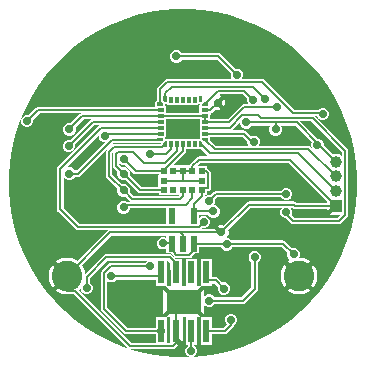
<source format=gbl>
G04*
G04 #@! TF.GenerationSoftware,Altium Limited,Altium Designer,21.4.1 (30)*
G04*
G04 Layer_Physical_Order=2*
G04 Layer_Color=16711680*
%FSLAX44Y44*%
%MOMM*%
G71*
G04*
G04 #@! TF.SameCoordinates,B5D191E2-0800-4242-8A0F-E0629761C544*
G04*
G04*
G04 #@! TF.FilePolarity,Positive*
G04*
G01*
G75*
%ADD10C,0.2000*%
%ADD48C,2.6000*%
%ADD49C,0.7000*%
%ADD50R,0.5000X0.5000*%
%ADD51R,0.1000X0.1000*%
%ADD52R,0.5500X0.3000*%
%ADD53R,0.1000X0.1000*%
%ADD54R,0.3000X0.5500*%
%ADD55R,0.5588X1.3208*%
%ADD56R,1.0000X1.0000*%
%ADD57C,1.0000*%
%ADD58R,3.0000X2.1300*%
%ADD59R,0.6000X1.9700*%
G36*
X169040Y222470D02*
X167540Y220970D01*
X166040D01*
Y225970D01*
X169040D01*
Y222470D01*
D02*
G37*
G36*
X139040Y220970D02*
X137540D01*
X136040Y222470D01*
Y225970D01*
X139040D01*
Y220970D01*
D02*
G37*
G36*
X174040Y217970D02*
X169040D01*
Y219470D01*
X170540Y220970D01*
X174040D01*
Y217970D01*
D02*
G37*
G36*
X136040Y219470D02*
Y217970D01*
X131040D01*
Y220970D01*
X134540D01*
X136040Y219470D01*
D02*
G37*
G36*
X207065Y224294D02*
X207040Y224234D01*
Y222166D01*
X207831Y220254D01*
X208333Y219753D01*
X204401D01*
X203348Y219543D01*
X202455Y218947D01*
X202455Y218946D01*
X190731Y207223D01*
X175740D01*
Y207670D01*
Y210430D01*
X176580D01*
Y211860D01*
X176915Y211927D01*
X177809Y212523D01*
X180248Y214963D01*
X180917Y214686D01*
X183319D01*
X184741Y215275D01*
X180704Y219312D01*
X182118Y220726D01*
X180704Y222140D01*
X184741Y226177D01*
X183319Y226766D01*
X182729D01*
X183836Y227873D01*
X203485D01*
X207065Y224294D01*
D02*
G37*
G36*
X139340Y218770D02*
X165740D01*
Y219296D01*
X166040Y219237D01*
X167307D01*
Y218510D01*
X166000D01*
Y212223D01*
X138240D01*
Y217670D01*
X137714D01*
X137773Y217970D01*
Y219237D01*
X139040D01*
X139340Y219296D01*
Y218770D01*
D02*
G37*
G36*
X169884Y299082D02*
X181328Y297269D01*
X192595Y294565D01*
X203615Y290984D01*
X214320Y286550D01*
X224643Y281290D01*
X234523Y275236D01*
X243897Y268425D01*
X252707Y260900D01*
X260900Y252707D01*
X268425Y243897D01*
X275236Y234523D01*
X281290Y224643D01*
X286550Y214319D01*
X290984Y203615D01*
X294565Y192595D01*
X297269Y181329D01*
X299082Y169884D01*
X299991Y158333D01*
Y152540D01*
Y146747D01*
X299082Y135196D01*
X297269Y123751D01*
X294565Y112485D01*
X290984Y101465D01*
X286550Y90760D01*
X281290Y80437D01*
X275236Y70557D01*
X268425Y61184D01*
X260900Y52373D01*
X252707Y44180D01*
X243897Y36655D01*
X234523Y29844D01*
X224643Y23790D01*
X214319Y18530D01*
X203615Y14096D01*
X192595Y10515D01*
X181329Y7811D01*
X169884Y5998D01*
X160643Y5271D01*
X162418Y6006D01*
X163881Y7468D01*
X164672Y9380D01*
Y11448D01*
X163881Y13360D01*
X162418Y14822D01*
X162225Y14902D01*
Y15890D01*
X164172D01*
Y38990D01*
X154772D01*
Y15890D01*
X156720D01*
Y14902D01*
X156527Y14822D01*
X155064Y13360D01*
X154272Y11448D01*
Y9380D01*
X155064Y7468D01*
X156527Y6006D01*
X158438Y5214D01*
X159924D01*
X158333Y5089D01*
X152540Y5089D01*
X146747D01*
X135196Y5998D01*
X123751Y7810D01*
X112485Y10515D01*
X107980Y11979D01*
X144272D01*
X145325Y12189D01*
X146219Y12785D01*
X148483Y15050D01*
X149484D01*
X145358Y19176D01*
X148187Y22004D01*
X152312Y17879D01*
Y39000D01*
X167834D01*
X156058Y50776D01*
X157472Y52190D01*
X156058Y53604D01*
X167834Y65380D01*
X138411D01*
X150187Y53604D01*
X148772Y52190D01*
X150187Y50776D01*
X138411Y39000D01*
X141232D01*
Y17485D01*
X138772D01*
Y25199D01*
X139272Y26406D01*
Y28475D01*
X138772Y29682D01*
Y38990D01*
X129372D01*
Y30193D01*
X105526D01*
X88383Y47336D01*
Y69753D01*
X88885Y69252D01*
X90796Y68460D01*
X92865D01*
X94776Y69252D01*
X96238Y70714D01*
X96318Y70907D01*
X129372D01*
Y65390D01*
X138772D01*
Y86909D01*
X140198D01*
X142020Y85087D01*
Y78940D01*
X142072Y78674D01*
Y65390D01*
X151472D01*
Y88490D01*
X146403D01*
X143285Y91609D01*
X142392Y92205D01*
X141338Y92415D01*
X87630D01*
X87630Y92415D01*
X86576Y92205D01*
X85683Y91609D01*
X69968Y75893D01*
X69443Y78533D01*
X68272Y81361D01*
X67263Y82870D01*
X92385Y107991D01*
X138648D01*
Y106086D01*
X136924Y106800D01*
X134856D01*
X132944Y106008D01*
X131482Y104546D01*
X130690Y102634D01*
Y100566D01*
X131482Y98654D01*
X132944Y97192D01*
X134856Y96400D01*
X136924D01*
X138648Y97114D01*
Y93042D01*
X142386D01*
X142392Y93011D01*
X142989Y92118D01*
X145105Y90001D01*
X145105Y90001D01*
X145998Y89405D01*
X147052Y89195D01*
X157948D01*
X159002Y89405D01*
X159895Y90001D01*
X162090Y92197D01*
X162090Y92197D01*
X162655Y93042D01*
X166432D01*
Y98593D01*
X184934D01*
X185330Y97638D01*
X186792Y96176D01*
X188704Y95384D01*
X190772D01*
X192684Y96176D01*
X194146Y97638D01*
X194542Y98593D01*
X236016D01*
X241180Y93429D01*
X241100Y93236D01*
Y91168D01*
X241892Y89256D01*
X243355Y87794D01*
X243428Y87764D01*
X241292Y86336D01*
X250800Y76828D01*
X260308Y86336D01*
X258161Y87771D01*
X255333Y88943D01*
X252331Y89540D01*
X250826D01*
X251500Y91168D01*
Y93236D01*
X250709Y95148D01*
X249246Y96610D01*
X247335Y97402D01*
X245266D01*
X245073Y97322D01*
X239103Y103293D01*
X238210Y103889D01*
X237156Y104099D01*
X193577D01*
X192684Y104992D01*
X190772Y105784D01*
X188748D01*
X190287Y107323D01*
X191206Y109543D01*
Y111945D01*
X190929Y112614D01*
X209963Y131648D01*
X236308D01*
X235622Y130962D01*
X234830Y129050D01*
Y126982D01*
X235622Y125070D01*
X237084Y123608D01*
X238996Y122816D01*
X239305D01*
X243671Y118449D01*
X244564Y117853D01*
X245618Y117643D01*
X245618Y117643D01*
X284480D01*
X285534Y117853D01*
X286427Y118449D01*
X291761Y123783D01*
X292357Y124677D01*
X292567Y125730D01*
X292567Y125730D01*
Y180164D01*
X292567Y180164D01*
X292357Y181217D01*
X291761Y182110D01*
X291761Y182110D01*
X264667Y209204D01*
X266116D01*
X266592Y208054D01*
X268054Y206592D01*
X269966Y205800D01*
X272034D01*
X273946Y206592D01*
X275408Y208054D01*
X276200Y209966D01*
Y212034D01*
X275408Y213946D01*
X273946Y215408D01*
X272034Y216200D01*
X269966D01*
X268054Y215408D01*
X267356Y214710D01*
X246952D01*
X221688Y239974D01*
X220795Y240570D01*
X219741Y240780D01*
X201906D01*
X202528Y241402D01*
X203320Y243314D01*
Y245382D01*
X202528Y247294D01*
X201066Y248756D01*
X199154Y249548D01*
X197086D01*
X196893Y249468D01*
X184573Y261789D01*
X183680Y262385D01*
X182626Y262595D01*
X151488D01*
X151408Y262788D01*
X149945Y264250D01*
X148034Y265042D01*
X145966D01*
X144054Y264250D01*
X142592Y262788D01*
X141800Y260876D01*
Y258808D01*
X142592Y256896D01*
X144054Y255434D01*
X145966Y254642D01*
X148034D01*
X149945Y255434D01*
X151408Y256896D01*
X151488Y257089D01*
X181486D01*
X193000Y245575D01*
X192920Y245382D01*
Y243314D01*
X193712Y241402D01*
X194334Y240780D01*
X139196D01*
X138143Y240570D01*
X137249Y239974D01*
X131593Y234317D01*
X130997Y233424D01*
X130787Y232371D01*
Y222653D01*
X130377Y222571D01*
X129814Y222196D01*
X129439Y221633D01*
X129307Y220970D01*
Y217970D01*
X129366Y217670D01*
X129340D01*
Y217223D01*
X30066D01*
X30066Y217223D01*
X29012Y217013D01*
X28119Y216417D01*
X28119Y216416D01*
X21801Y210098D01*
X21608Y210178D01*
X19540D01*
X17628Y209386D01*
X16166Y207924D01*
X15374Y206012D01*
Y203944D01*
X16166Y202032D01*
X17628Y200570D01*
X19540Y199778D01*
X21608D01*
X23520Y200570D01*
X24982Y202032D01*
X25774Y203944D01*
Y206012D01*
X25694Y206205D01*
X31206Y211717D01*
X65987D01*
X65538Y211417D01*
X57321Y203200D01*
X55465D01*
X53554Y202409D01*
X52091Y200946D01*
X51300Y199035D01*
Y196966D01*
X52091Y195055D01*
X53554Y193592D01*
X55465Y192800D01*
X57534D01*
X59445Y193592D01*
X60908Y195055D01*
X61700Y196966D01*
Y199035D01*
X61478Y199571D01*
X68625Y206717D01*
X75077D01*
X74627Y206417D01*
X57227Y189016D01*
X57034Y189096D01*
X54966D01*
X53054Y188305D01*
X51592Y186842D01*
X50800Y184930D01*
Y182862D01*
X51592Y180951D01*
X53054Y179488D01*
X54966Y178696D01*
X57034D01*
X58946Y179488D01*
X60408Y180951D01*
X61200Y182862D01*
Y184930D01*
X61120Y185123D01*
X77714Y201717D01*
X81895D01*
X81446Y201417D01*
X81446Y201417D01*
X46821Y166793D01*
X46225Y165900D01*
X46015Y164846D01*
Y130302D01*
X46225Y129249D01*
X46821Y128355D01*
X61713Y113463D01*
X61713Y113463D01*
X62607Y112867D01*
X63660Y112657D01*
X89264D01*
X63370Y86763D01*
X61861Y87771D01*
X59033Y88943D01*
X56031Y89540D01*
X52970D01*
X49967Y88943D01*
X47139Y87771D01*
X44992Y86336D01*
X55915Y75414D01*
X54500Y74000D01*
X55915Y72586D01*
X44992Y61663D01*
X47139Y60229D01*
X49967Y59057D01*
X52970Y58460D01*
X56031D01*
X57314Y58715D01*
X59820D01*
X105749Y12785D01*
X105987Y12627D01*
X101465Y14096D01*
X90760Y18530D01*
X80437Y23790D01*
X70557Y29844D01*
X61184Y36655D01*
X52373Y44180D01*
X44180Y52373D01*
X36655Y61184D01*
X29844Y70557D01*
X23790Y80437D01*
X18530Y90760D01*
X14096Y101465D01*
X10515Y112485D01*
X7811Y123751D01*
X5998Y135196D01*
X5089Y146747D01*
X5089Y152540D01*
Y158333D01*
X5998Y169884D01*
X7810Y181328D01*
X10515Y192595D01*
X14096Y203615D01*
X18530Y214320D01*
X23790Y224643D01*
X29844Y234523D01*
X36655Y243897D01*
X44180Y252707D01*
X52373Y260900D01*
X61184Y268425D01*
X70557Y275236D01*
X80437Y281290D01*
X90760Y286550D01*
X101465Y290984D01*
X112485Y294565D01*
X123751Y297269D01*
X135196Y299082D01*
X146747Y299991D01*
X158333D01*
X169884Y299082D01*
D02*
G37*
G36*
X166840Y206270D02*
Y201270D01*
Y196270D01*
Y191270D01*
X167366D01*
X167307Y190970D01*
Y189703D01*
X166040D01*
X165740Y189644D01*
Y190170D01*
X139340D01*
Y189644D01*
X139040Y189703D01*
X137773D01*
Y190970D01*
X137714Y191270D01*
X138240D01*
Y196270D01*
Y201270D01*
Y206270D01*
Y206717D01*
X166840D01*
Y206270D01*
D02*
G37*
G36*
X174040Y187970D02*
X170540D01*
X169040Y189470D01*
Y190970D01*
X174040D01*
Y187970D01*
D02*
G37*
G36*
X136040Y189470D02*
X134540Y187970D01*
X131040D01*
Y190970D01*
X136040D01*
Y189470D01*
D02*
G37*
G36*
X207213Y187609D02*
Y186608D01*
X208005Y184696D01*
X208507Y184195D01*
X180708D01*
X175773Y189130D01*
Y190970D01*
X175714Y191270D01*
X175740D01*
Y191717D01*
X203106D01*
X207213Y187609D01*
D02*
G37*
G36*
X169040Y186470D02*
Y182970D01*
X166040D01*
Y187970D01*
X167540D01*
X169040Y186470D01*
D02*
G37*
G36*
X139040Y182970D02*
X136040D01*
Y186470D01*
X137540Y187970D01*
X139040D01*
Y182970D01*
D02*
G37*
G36*
X201014Y202861D02*
X201805Y200950D01*
X203268Y199487D01*
X205179Y198696D01*
X207248D01*
X209159Y199487D01*
X210622Y200950D01*
X210702Y201143D01*
X226789D01*
X226592Y200946D01*
X225800Y199034D01*
Y196966D01*
X226592Y195054D01*
X228054Y193592D01*
X229966Y192800D01*
X232034D01*
X233946Y193592D01*
X235408Y195054D01*
X236200Y196966D01*
Y199034D01*
X235408Y200946D01*
X235211Y201143D01*
X247754D01*
X261745Y187152D01*
X261246Y185946D01*
Y183878D01*
X261911Y182273D01*
X260795Y183389D01*
X259902Y183985D01*
X258848Y184195D01*
X216320D01*
X216822Y184696D01*
X217614Y186608D01*
Y188676D01*
X216822Y190588D01*
X215359Y192050D01*
X213448Y192842D01*
X211379D01*
X210239Y192370D01*
X206193Y196417D01*
X205299Y197013D01*
X204246Y197223D01*
X193601D01*
X194051Y197524D01*
X201014Y204486D01*
Y202861D01*
D02*
G37*
G36*
X287061Y179023D02*
Y175204D01*
X286054Y176211D01*
X284526Y177093D01*
X282822Y177550D01*
X281058D01*
X279540Y177143D01*
X271646Y185037D01*
Y185946D01*
X270854Y187858D01*
X269392Y189320D01*
X267480Y190112D01*
X266571D01*
X251840Y204843D01*
X261242D01*
X287061Y179023D01*
D02*
G37*
G36*
X166040Y181237D02*
X167880D01*
X173321Y175795D01*
X173321Y175795D01*
X174184Y175219D01*
X166382D01*
X165329Y175009D01*
X164436Y174413D01*
X158594Y168571D01*
X157997Y167677D01*
X157995Y167668D01*
X144489D01*
X154487Y177665D01*
X155084Y178558D01*
X155293Y179611D01*
X155293Y179612D01*
Y181270D01*
X165740D01*
Y181296D01*
X166040Y181237D01*
D02*
G37*
G36*
X81160Y191752D02*
X81952Y189840D01*
X83414Y188378D01*
X85326Y187586D01*
X86693D01*
X62526Y163420D01*
X60988D01*
X60909Y163612D01*
X59446Y165075D01*
X57535Y165867D01*
X55466D01*
X53555Y165075D01*
X52092Y163612D01*
X51521Y162234D01*
Y163706D01*
X81160Y193345D01*
Y191752D01*
D02*
G37*
G36*
X130377Y186369D02*
X131040Y186237D01*
X134307D01*
Y186130D01*
X133930Y185753D01*
X94000D01*
X92946Y185543D01*
X92053Y184947D01*
X88053Y180947D01*
X87457Y180053D01*
X87247Y179000D01*
Y158664D01*
X87457Y157610D01*
X88053Y156717D01*
X97210Y147560D01*
X97130Y147367D01*
Y145299D01*
X97922Y143387D01*
X99385Y141925D01*
X101296Y141133D01*
X103365D01*
X103558Y141213D01*
X107717Y137053D01*
X107717Y137053D01*
X108140Y136771D01*
X105702D01*
X105178Y136667D01*
X104823Y136596D01*
X103365Y137200D01*
X101296D01*
X99385Y136409D01*
X97922Y134946D01*
X97130Y133035D01*
Y130966D01*
X97922Y129055D01*
X99385Y127592D01*
X101296Y126800D01*
X103365D01*
X105276Y127592D01*
X106739Y129055D01*
X107530Y130966D01*
Y131265D01*
X138648D01*
Y118163D01*
X64800D01*
X51521Y131442D01*
Y159100D01*
X52092Y157721D01*
X53555Y156258D01*
X55466Y155467D01*
X57535D01*
X59446Y156258D01*
X60909Y157721D01*
X60988Y157914D01*
X63667D01*
X64720Y158123D01*
X65613Y158720D01*
X93610Y186717D01*
X129855D01*
X130377Y186369D01*
D02*
G37*
G36*
X99385Y168692D02*
X101296Y167900D01*
X103365D01*
X103558Y167980D01*
X110856Y160681D01*
X110856Y160681D01*
X111749Y160084D01*
X112803Y159875D01*
X132340D01*
Y159668D01*
X131500D01*
Y149588D01*
X132340D01*
Y149381D01*
X117510D01*
X107451Y159440D01*
X107530Y159632D01*
Y161701D01*
X106739Y163612D01*
X105276Y165075D01*
X103365Y165867D01*
X101296D01*
X101103Y165787D01*
X98883Y168007D01*
Y169193D01*
X99385Y168692D01*
D02*
G37*
G36*
X93587Y178622D02*
X93378Y177568D01*
Y166867D01*
X93587Y165813D01*
X94184Y164920D01*
X97210Y161894D01*
X97130Y161701D01*
Y159632D01*
X97922Y157721D01*
X99385Y156258D01*
X101296Y155467D01*
X103365D01*
X103558Y155547D01*
X114423Y144681D01*
X115316Y144084D01*
X116370Y143875D01*
X132340D01*
Y142428D01*
X149535D01*
X148860Y141753D01*
X110804D01*
X107451Y145106D01*
X107530Y145299D01*
Y147367D01*
X106739Y149278D01*
X105276Y150741D01*
X103365Y151533D01*
X101296D01*
X101103Y151453D01*
X92753Y159804D01*
Y177860D01*
X93733Y178840D01*
X93587Y178622D01*
D02*
G37*
G36*
X274400Y136997D02*
Y136103D01*
X248492D01*
X248247Y136348D01*
X247354Y136944D01*
X246300Y137154D01*
X208823D01*
X207770Y136944D01*
X206876Y136348D01*
X206876Y136348D01*
X187036Y116507D01*
X186367Y116784D01*
X183965D01*
X182543Y116195D01*
X186580Y112158D01*
X183752Y109330D01*
X179585Y113497D01*
X167936D01*
X168953Y114514D01*
X169146Y114434D01*
X171214D01*
X173126Y115226D01*
X174588Y116688D01*
X175380Y118600D01*
Y120668D01*
X174588Y122580D01*
X173126Y124042D01*
X171214Y124834D01*
X169146D01*
X167234Y124042D01*
X166432Y123240D01*
Y125771D01*
X173966D01*
X174045Y125578D01*
X175508Y124116D01*
X177419Y123324D01*
X179488D01*
X181399Y124116D01*
X182862Y125578D01*
X183654Y127490D01*
Y129558D01*
X182862Y131470D01*
X181399Y132932D01*
X179488Y133724D01*
X178416D01*
X178906Y134214D01*
X179698Y136126D01*
Y138194D01*
X179618Y138387D01*
X181734Y140503D01*
X235542D01*
X235622Y140310D01*
X237084Y138848D01*
X238996Y138056D01*
X241064D01*
X242976Y138848D01*
X244438Y140310D01*
X245230Y142222D01*
Y144290D01*
X244438Y146202D01*
X242976Y147664D01*
X241064Y148456D01*
X238996D01*
X237084Y147664D01*
X235622Y146202D01*
X235542Y146009D01*
X180594D01*
X179541Y145799D01*
X178647Y145203D01*
X178647Y145203D01*
X175725Y142280D01*
X175532Y142360D01*
X173464D01*
X171552Y141568D01*
X171178Y141194D01*
X171293Y141774D01*
X171293Y141774D01*
Y142428D01*
X172740D01*
Y145988D01*
X173740D01*
X174794Y146197D01*
X175687Y146794D01*
X176283Y147687D01*
X176493Y148740D01*
Y161088D01*
X176283Y162142D01*
X175687Y163035D01*
X175687Y163035D01*
X174147Y164574D01*
X173254Y165171D01*
X172740Y165273D01*
Y166828D01*
X165580D01*
Y167668D01*
X165477D01*
X167523Y169713D01*
X241684D01*
X274400Y136997D01*
D02*
G37*
G36*
X283354Y131936D02*
X277229Y125810D01*
X286001D01*
X283340Y123149D01*
X246758D01*
X244555Y125352D01*
X245230Y126982D01*
Y129050D01*
X244438Y130962D01*
X243752Y131648D01*
X245160D01*
X245405Y131403D01*
X246298Y130807D01*
X247351Y130597D01*
X274400D01*
Y128638D01*
X280526Y134764D01*
X283354Y131936D01*
D02*
G37*
G36*
X122054Y86408D02*
X120592Y84946D01*
X120512Y84753D01*
X91402D01*
X90349Y84543D01*
X89455Y83947D01*
X89455Y83947D01*
X83684Y78175D01*
X83087Y77282D01*
X82877Y76228D01*
Y46196D01*
X83087Y45142D01*
X83684Y44249D01*
X102439Y25494D01*
X102439Y25494D01*
X103332Y24897D01*
X104386Y24687D01*
X104386Y24687D01*
X129372D01*
Y17485D01*
X108836D01*
X64398Y61923D01*
X64406Y61929D01*
X65920Y63443D01*
Y62720D01*
X66712Y60808D01*
X68174Y59346D01*
X70086Y58554D01*
X72154D01*
X74066Y59346D01*
X75528Y60808D01*
X76320Y62720D01*
Y64788D01*
X75528Y66700D01*
X74066Y68162D01*
X73873Y68242D01*
Y72012D01*
X88770Y86909D01*
X123263D01*
X122054Y86408D01*
D02*
G37*
%LPC*%
G36*
X187569Y223349D02*
X184946Y220726D01*
X187569Y218103D01*
X188158Y219525D01*
Y221927D01*
X187569Y223349D01*
D02*
G37*
G36*
X164172Y88490D02*
X154772D01*
Y65390D01*
X164172D01*
Y88490D01*
D02*
G37*
G36*
X263137Y83508D02*
X253629Y74000D01*
X263137Y64492D01*
X264571Y66639D01*
X265743Y69467D01*
X266340Y72469D01*
Y75530D01*
X265743Y78533D01*
X264571Y81361D01*
X263137Y83508D01*
D02*
G37*
G36*
X42164D02*
X40729Y81361D01*
X39557Y78533D01*
X38960Y75530D01*
Y72469D01*
X39557Y69467D01*
X40729Y66639D01*
X42164Y64492D01*
X51672Y74000D01*
X42164Y83508D01*
D02*
G37*
G36*
X238463D02*
X237029Y81361D01*
X235857Y78533D01*
X235260Y75530D01*
Y72469D01*
X235857Y69467D01*
X237029Y66639D01*
X238463Y64492D01*
X247972Y74000D01*
X238463Y83508D01*
D02*
G37*
G36*
X250800Y71171D02*
X241292Y61663D01*
X243439Y60229D01*
X246267Y59057D01*
X249270Y58460D01*
X252331D01*
X255333Y59057D01*
X258161Y60229D01*
X260308Y61663D01*
X250800Y71171D01*
D02*
G37*
G36*
X176872Y88490D02*
X167472D01*
Y65390D01*
X176872D01*
Y67351D01*
X179200D01*
X182078Y64473D01*
X181998Y64280D01*
Y62212D01*
X182790Y60300D01*
X184252Y58838D01*
X186164Y58046D01*
X188232D01*
X190144Y58838D01*
X191606Y60300D01*
X192398Y62212D01*
Y64280D01*
X191606Y66192D01*
X190144Y67654D01*
X188232Y68446D01*
X186164D01*
X185971Y68366D01*
X182287Y72051D01*
X181394Y72647D01*
X180340Y72857D01*
X176872D01*
Y88490D01*
D02*
G37*
G36*
X214394Y95116D02*
X212326D01*
X210414Y94324D01*
X208952Y92862D01*
X208160Y90950D01*
Y88882D01*
X208952Y86970D01*
X210414Y85508D01*
X210607Y85428D01*
Y64386D01*
X202060Y55839D01*
X179240D01*
X179160Y56032D01*
X177698Y57494D01*
X175786Y58286D01*
X173718D01*
X171806Y57494D01*
X170662Y56350D01*
Y62551D01*
X160301Y52190D01*
X170662Y41828D01*
Y49822D01*
X171806Y48678D01*
X173718Y47886D01*
X175786D01*
X177698Y48678D01*
X179160Y50140D01*
X179240Y50333D01*
X203200D01*
X204254Y50543D01*
X205147Y51139D01*
X215306Y61299D01*
X215307Y61299D01*
X215903Y62193D01*
X216113Y63246D01*
Y85428D01*
X216306Y85508D01*
X217768Y86970D01*
X218560Y88882D01*
Y90950D01*
X217768Y92862D01*
X216306Y94324D01*
X214394Y95116D01*
D02*
G37*
G36*
X135582Y62551D02*
Y41828D01*
X145944Y52190D01*
X135582Y62551D01*
D02*
G37*
G36*
X194328Y42030D02*
X192260D01*
X190348Y41238D01*
X188886Y39776D01*
X188094Y37864D01*
Y35796D01*
X188886Y33884D01*
X189829Y32941D01*
X187074Y30185D01*
X176872D01*
Y38990D01*
X167472D01*
Y15890D01*
X176872D01*
Y24679D01*
X188214D01*
X189268Y24889D01*
X190161Y25485D01*
X195240Y30565D01*
X195241Y30565D01*
X195837Y31458D01*
X196010Y32327D01*
X196240Y32422D01*
X197702Y33884D01*
X198494Y35796D01*
Y37864D01*
X197702Y39776D01*
X196240Y41238D01*
X194328Y42030D01*
D02*
G37*
%LPD*%
D10*
X112803Y162628D02*
X136540D01*
X102331Y173100D02*
X112803Y162628D01*
X124936Y176800D02*
X125136Y177000D01*
X102331Y160667D02*
X116370Y146628D01*
X94000Y183000D02*
X135070D01*
X125136Y177000D02*
X138171D01*
X135070Y183000D02*
X137540Y185470D01*
X96131Y166867D02*
X102331Y160667D01*
X96131Y177568D02*
X97863Y179300D01*
X110700D02*
X120000Y170000D01*
X90000Y179000D02*
X94000Y183000D01*
X97863Y179300D02*
X110700D01*
X96131Y166867D02*
Y177568D01*
X120000Y170000D02*
X137696D01*
X135890Y101600D02*
X141348D01*
X143142Y98806D02*
Y99806D01*
X141348Y101600D02*
X143142Y99806D01*
Y98806D02*
Y101346D01*
X152540Y154628D02*
X152540Y154628D01*
X152540D02*
X168540D01*
X152540Y154628D02*
Y162628D01*
X136540Y154628D02*
X152540D01*
X102331Y132000D02*
X103683D01*
X231000Y203895D02*
X248895D01*
X206213D02*
X231000D01*
Y198000D02*
Y203895D01*
X204401Y217000D02*
X232000D01*
X231000Y198000D02*
X231388Y197612D01*
X204625Y230626D02*
X212052Y223200D01*
X219741Y238027D02*
X245811Y211957D01*
X212052Y223200D02*
X212240D01*
X139196Y238027D02*
X219741D01*
X171290Y204470D02*
X191871D01*
X204401Y217000D01*
X245811Y211957D02*
X270043D01*
X248895Y203895D02*
X267878Y184912D01*
X162303Y234256D02*
X162374Y234327D01*
X137540Y228671D02*
X143125Y234256D01*
X162303D01*
X137540Y228671D02*
X137540D01*
X162374Y234327D02*
X211836D01*
X139045Y166116D02*
X152540Y179611D01*
Y185720D01*
X116370Y146628D02*
X136540D01*
X85630Y46196D02*
X104386Y27440D01*
X134072D01*
X211074Y187642D02*
X212414D01*
X204246Y194470D02*
X211074Y187642D01*
X56500Y198000D02*
Y198486D01*
X67484Y209470D01*
X133790D01*
X85630Y76228D02*
X91402Y82000D01*
X85630Y46196D02*
Y76228D01*
X91402Y82000D02*
X125000D01*
X144772Y78940D02*
Y86228D01*
X141338Y89662D02*
X144772Y86228D01*
X87630Y89662D02*
X141338D01*
X144772Y78940D02*
X146772Y76940D01*
X157948Y91948D02*
X160144Y94144D01*
X147052Y91948D02*
X157948D01*
X160144Y94144D02*
Y99552D01*
X161938Y101346D01*
X144936Y94064D02*
Y97012D01*
Y94064D02*
X147052Y91948D01*
X143142Y98806D02*
X144936Y97012D01*
X71120Y73152D02*
X87630Y89662D01*
X132072Y73660D02*
X134072Y75660D01*
X91830Y73660D02*
X132072D01*
X134072Y75660D02*
Y76940D01*
X161938Y128524D02*
X178454D01*
X270043Y211957D02*
X271000Y211000D01*
X218654Y207596D02*
X262382D01*
X289814Y125730D02*
Y180164D01*
X262382Y207596D02*
X289814Y180164D01*
X92470Y189470D02*
X133540D01*
X63667Y160667D02*
X92470Y189470D01*
X56500Y160667D02*
X63667D01*
X76574Y204470D02*
X133790D01*
X56000Y183896D02*
X76574Y204470D01*
X266446Y184912D02*
X267878D01*
X281940Y170850D01*
X161938Y128524D02*
Y135172D01*
X188976Y101346D02*
X237156D01*
X161938D02*
X188976D01*
X172172Y27432D02*
X188214D01*
X150368Y110744D02*
X185166D01*
X91244D02*
X150368D01*
X54500Y61468D02*
X60960D01*
X172172Y70104D02*
X180340D01*
X102331Y146333D02*
X109663Y139000D01*
X161938Y135172D02*
X168540Y141774D01*
Y146628D01*
X170653Y148740D01*
X173740D01*
Y161088D01*
X172201Y162628D02*
X173740Y161088D01*
X168540Y162628D02*
X172201D01*
X133540Y232371D02*
X139196Y238027D01*
X133540Y219470D02*
Y232371D01*
X175862Y214470D02*
X182118Y220726D01*
X171290Y214470D02*
X175862D01*
X159472Y10414D02*
Y27440D01*
X83392Y199470D02*
X133790D01*
X48768Y164846D02*
X83392Y199470D01*
X48768Y130302D02*
Y164846D01*
Y130302D02*
X63660Y115410D01*
X165956D01*
X170180Y119634D01*
X258848Y181442D02*
X281940Y158350D01*
X179568Y181442D02*
X258848D01*
X171540Y189470D02*
X179568Y181442D01*
X71120Y63754D02*
Y73152D01*
X136540Y162628D02*
X139045Y166116D01*
X171290Y194470D02*
X204246D01*
X213360Y63246D02*
Y89916D01*
X203200Y53086D02*
X213360Y63246D01*
X174752Y53086D02*
X203200D01*
X161938Y124714D02*
Y128524D01*
X247351Y133350D02*
X281940D01*
X246300Y134401D02*
X247351Y133350D01*
X208823Y134401D02*
X246300D01*
X185166Y110744D02*
X208823Y134401D01*
X174498Y137160D02*
X180594Y143256D01*
X240030D01*
Y125984D02*
Y128016D01*
Y125984D02*
X245618Y120396D01*
X284480D01*
X289814Y125730D01*
X216154Y210096D02*
X218654Y207596D01*
X202730Y210096D02*
X216154D01*
X192104Y199470D02*
X202730Y210096D01*
X171290Y199470D02*
X192104D01*
X152540Y101346D02*
Y108572D01*
X150368Y110744D02*
X152540Y108572D01*
X54500Y74000D02*
X91244Y110744D01*
X182696Y230626D02*
X204625D01*
X171540Y219470D02*
X182696Y230626D01*
X250048Y177742D02*
X281940Y145850D01*
X175268Y177742D02*
X250048D01*
X167540Y185470D02*
X175268Y177742D01*
X160540Y162628D02*
Y166624D01*
X166382Y172466D01*
X242824D01*
X281940Y133350D01*
X147000Y259842D02*
X182626D01*
X198120Y244348D01*
X54500Y61468D02*
Y74000D01*
X60960Y61468D02*
X107696Y14732D01*
X144272D01*
X146772Y17232D01*
Y27440D01*
X172172Y70104D02*
Y76940D01*
X180340Y70104D02*
X187198Y63246D01*
X90000Y158664D02*
X102331Y146333D01*
X90000Y158664D02*
Y179000D01*
X237156Y101346D02*
X246300Y92202D01*
X193294Y32512D02*
Y36830D01*
X188214Y27432D02*
X193294Y32512D01*
X172172Y27432D02*
Y27440D01*
X188976Y101346D02*
X189738Y100584D01*
X211836Y234327D02*
X222389Y223774D01*
X137540Y223470D02*
Y228671D01*
X30066Y214470D02*
X133790D01*
X20574Y204978D02*
X30066Y214470D01*
X152540Y141540D02*
Y146628D01*
X150000Y139000D02*
X152540Y141540D01*
X109663Y139000D02*
X150000D01*
X137696Y170000D02*
X147540Y179844D01*
Y185720D01*
X160540Y139540D02*
Y146628D01*
X155018Y134018D02*
X160540Y139540D01*
X105702Y134018D02*
X155018D01*
X103683Y132000D02*
X105702Y134018D01*
X142540Y181369D02*
Y185720D01*
X138171Y177000D02*
X142540Y181369D01*
X86360Y192786D02*
X88044Y194470D01*
X133790D01*
Y209470D02*
X171290D01*
Y204470D02*
Y209470D01*
X146772Y45840D02*
X153122Y52190D01*
X146772Y27440D02*
Y45840D01*
X144540Y162628D02*
X152540D01*
X160540D01*
D48*
X250800Y74000D02*
D03*
X54500D02*
D03*
D49*
X273000Y112000D02*
D03*
Y84000D02*
D03*
X259000Y224000D02*
D03*
Y56000D02*
D03*
X238000Y42000D02*
D03*
X231000Y252000D02*
D03*
Y56000D02*
D03*
X224000Y42000D02*
D03*
X217000Y28000D02*
D03*
X203000Y280000D02*
D03*
Y28000D02*
D03*
X182000Y154000D02*
D03*
Y14000D02*
D03*
X147000Y280000D02*
D03*
X140000Y266000D02*
D03*
X133000Y280000D02*
D03*
X112000Y238000D02*
D03*
X119000Y224000D02*
D03*
Y56000D02*
D03*
X105000Y224000D02*
D03*
X77000Y252000D02*
D03*
X70000Y238000D02*
D03*
Y154000D02*
D03*
Y42000D02*
D03*
X49000Y252000D02*
D03*
X35000Y196000D02*
D03*
X28000Y98000D02*
D03*
X35000Y84000D02*
D03*
X14000Y182000D02*
D03*
Y154000D02*
D03*
Y126000D02*
D03*
X21000Y112000D02*
D03*
X124936Y176800D02*
D03*
X102331Y173100D02*
D03*
X56500Y160667D02*
D03*
X102331Y132000D02*
D03*
X91830Y73660D02*
D03*
X213360Y89916D02*
D03*
X185166Y110744D02*
D03*
X71120Y63754D02*
D03*
X102331Y160667D02*
D03*
X125000Y82000D02*
D03*
X102331Y146333D02*
D03*
X271000Y211000D02*
D03*
X240030Y128016D02*
D03*
X174498Y137160D02*
D03*
X240030Y143256D02*
D03*
X198120Y244348D02*
D03*
X147000Y259842D02*
D03*
X231000Y198000D02*
D03*
X193294Y36830D02*
D03*
X222389Y223774D02*
D03*
X189738Y100584D02*
D03*
X246300Y92202D02*
D03*
X266446Y184912D02*
D03*
X135890Y101600D02*
D03*
X86360Y192786D02*
D03*
X206213Y203895D02*
D03*
X212240Y223200D02*
D03*
X174752Y53086D02*
D03*
X56000Y183896D02*
D03*
X170180Y119634D02*
D03*
X20574Y204978D02*
D03*
X56500Y198000D02*
D03*
X187198Y63246D02*
D03*
X182118Y220726D02*
D03*
X134072Y27440D02*
D03*
X159472Y10414D02*
D03*
X178454Y128524D02*
D03*
X232000Y217000D02*
D03*
X212414Y187642D02*
D03*
D50*
X168540Y154628D02*
D03*
Y146628D02*
D03*
X160540D02*
D03*
X152540D02*
D03*
X144540D02*
D03*
X136540D02*
D03*
Y154628D02*
D03*
Y162628D02*
D03*
X144540D02*
D03*
X152540D02*
D03*
X160540D02*
D03*
X168540D02*
D03*
D51*
X133540Y189470D02*
D03*
Y219470D02*
D03*
X171540D02*
D03*
Y189470D02*
D03*
D52*
X133790Y194470D02*
D03*
Y199470D02*
D03*
Y204470D02*
D03*
Y209470D02*
D03*
Y214470D02*
D03*
X171290D02*
D03*
Y209470D02*
D03*
Y204470D02*
D03*
Y199470D02*
D03*
Y194470D02*
D03*
D53*
X137540Y223470D02*
D03*
X167540D02*
D03*
Y185470D02*
D03*
X137540D02*
D03*
D54*
X142540Y223220D02*
D03*
X147540D02*
D03*
X152540D02*
D03*
X157540D02*
D03*
X162540D02*
D03*
Y185720D02*
D03*
X157540D02*
D03*
X152540D02*
D03*
X147540D02*
D03*
X142540D02*
D03*
D55*
X161938Y124714D02*
D03*
X143142D02*
D03*
Y101346D02*
D03*
X152540D02*
D03*
X161938D02*
D03*
D56*
X281940Y133350D02*
D03*
D57*
Y145850D02*
D03*
Y158350D02*
D03*
Y170850D02*
D03*
D58*
X153122Y52190D02*
D03*
D59*
X134072Y27440D02*
D03*
X146772D02*
D03*
X159472D02*
D03*
X172172D02*
D03*
Y76940D02*
D03*
X159472D02*
D03*
X146772D02*
D03*
X134072D02*
D03*
M02*

</source>
